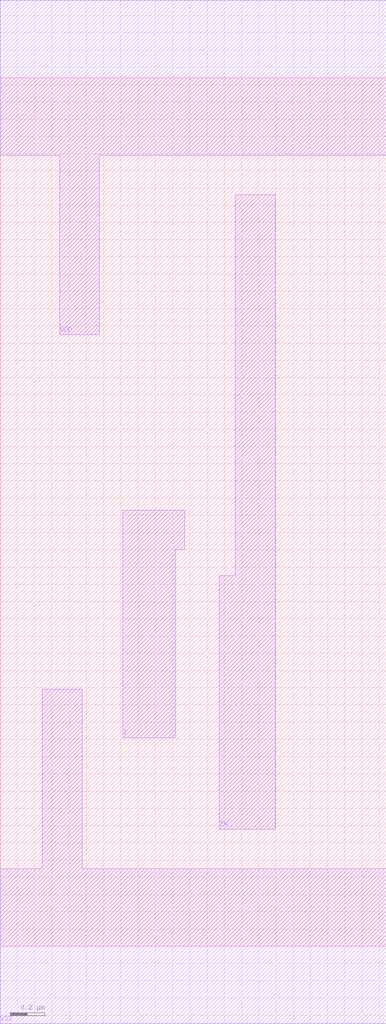
<source format=lef>
# Copyright 2022 GlobalFoundries PDK Authors
#
# Licensed under the Apache License, Version 2.0 (the "License");
# you may not use this file except in compliance with the License.
# You may obtain a copy of the License at
#
#      http://www.apache.org/licenses/LICENSE-2.0
#
# Unless required by applicable law or agreed to in writing, software
# distributed under the License is distributed on an "AS IS" BASIS,
# WITHOUT WARRANTIES OR CONDITIONS OF ANY KIND, either express or implied.
# See the License for the specific language governing permissions and
# limitations under the License.

MACRO gf180mcu_fd_sc_mcu9t5v0__inv_1
  CLASS core ;
  FOREIGN gf180mcu_fd_sc_mcu9t5v0__inv_1 0.0 0.0 ;
  ORIGIN 0 0 ;
  SYMMETRY X Y ;
  SITE GF018hv5v_green_sc9 ;
  SIZE 2.24 BY 5.04 ;
  PIN I
    DIRECTION INPUT ;
    ANTENNAGATEAREA 1.707 ;
    PORT
      LAYER METAL1 ;
        POLYGON 0.71 1.21 1.015 1.21 1.015 2.3 1.07 2.3 1.07 2.53 0.71 2.53  ;
    END
  END I
  PIN ZN
    DIRECTION OUTPUT ;
    ANTENNADIFFAREA 1.386 ;
    PORT
      LAYER METAL1 ;
        POLYGON 1.27 0.68 1.595 0.68 1.595 4.36 1.365 4.36 1.365 2.15 1.27 2.15  ;
    END
  END ZN
  PIN VDD
    DIRECTION INOUT ;
    USE power ;
    SHAPE ABUTMENT ;
    PORT
      LAYER METAL1 ;
        POLYGON 0 4.59 0.345 4.59 0.345 3.55 0.575 3.55 0.575 4.59 2.24 4.59 2.24 5.49 0 5.49  ;
    END
  END VDD
  PIN VSS
    DIRECTION INOUT ;
    USE ground ;
    SHAPE ABUTMENT ;
    PORT
      LAYER METAL1 ;
        POLYGON 0 -0.45 2.24 -0.45 2.24 0.45 0.475 0.45 0.475 1.49 0.245 1.49 0.245 0.45 0 0.45  ;
    END
  END VSS
END gf180mcu_fd_sc_mcu9t5v0__inv_1

</source>
